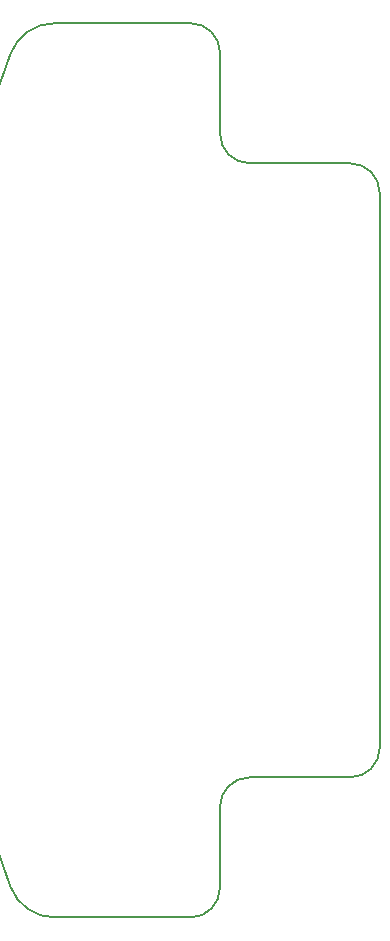
<source format=gbr>
%TF.GenerationSoftware,KiCad,Pcbnew,7.0.6*%
%TF.CreationDate,2024-02-11T17:46:38+09:00*%
%TF.ProjectId,MotorDriver_DRV8874_20240201,4d6f746f-7244-4726-9976-65725f445256,rev?*%
%TF.SameCoordinates,Original*%
%TF.FileFunction,Profile,NP*%
%FSLAX46Y46*%
G04 Gerber Fmt 4.6, Leading zero omitted, Abs format (unit mm)*
G04 Created by KiCad (PCBNEW 7.0.6) date 2024-02-11 17:46:38*
%MOMM*%
%LPD*%
G01*
G04 APERTURE LIST*
%TA.AperFunction,Profile*%
%ADD10C,0.200000*%
%TD*%
G04 APERTURE END LIST*
D10*
X99652585Y-132292885D02*
G75*
G03*
X102152585Y-129792867I115J2499885D01*
G01*
X99652585Y-56582133D02*
X88157046Y-56582133D01*
X115675000Y-117932867D02*
X115675000Y-70942133D01*
X102152567Y-65942133D02*
G75*
G03*
X104652585Y-68442133I2500033J33D01*
G01*
X84414085Y-59171511D02*
G75*
G03*
X84414042Y-129703507I93575300J-35266055D01*
G01*
X102152585Y-65942133D02*
X102152585Y-59082133D01*
X84414013Y-129703517D02*
G75*
G03*
X88157046Y-132292867I3743187J1410917D01*
G01*
X104652585Y-120432885D02*
G75*
G03*
X102152585Y-122932867I115J-2500115D01*
G01*
X104652585Y-120432867D02*
X113175000Y-120432867D01*
X88157046Y-132292867D02*
X99652585Y-132292867D01*
X88157046Y-56582119D02*
G75*
G03*
X84414040Y-59171493I-146J-3999781D01*
G01*
X102152585Y-129792867D02*
X102152585Y-122932867D01*
X113175000Y-120432900D02*
G75*
G03*
X115675000Y-117932867I100J2499900D01*
G01*
X113175000Y-68442133D02*
X104652585Y-68442133D01*
X102152567Y-59082133D02*
G75*
G03*
X99652585Y-56582133I-2499967J33D01*
G01*
X115674967Y-70942133D02*
G75*
G03*
X113175000Y-68442133I-2499967J33D01*
G01*
M02*

</source>
